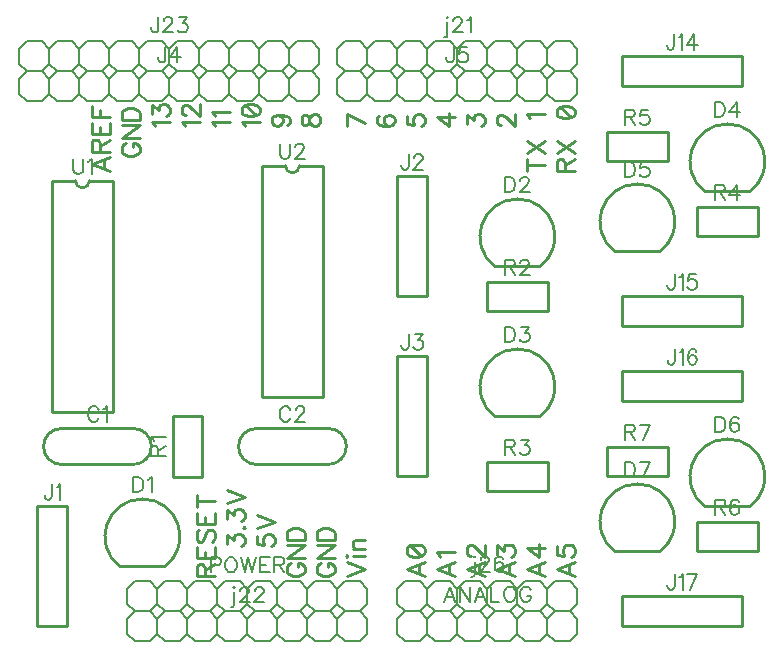
<source format=gbr>
G04 DipTrace 2.4.0.2*
%INTopSilk.gbr*%
%MOIN*%
%ADD10C,0.0098*%
%ADD17C,0.006*%
%ADD48C,0.0077*%
%ADD49C,0.0093*%
%FSLAX44Y44*%
G04*
G70*
G90*
G75*
G01*
%LNTopSilk*%
%LPD*%
X20690Y5440D2*
D17*
X21190D1*
X21440Y5190D1*
Y4690D1*
X21190Y4440D1*
X21440Y5190D2*
X21690Y5440D1*
X22190D1*
X22440Y5190D1*
Y4690D1*
X22190Y4440D1*
X21690D1*
X21440Y4690D1*
X19440Y5190D2*
X19690Y5440D1*
X20190D1*
X20440Y5190D1*
Y4690D1*
X20190Y4440D1*
X19690D1*
X19440Y4690D1*
X20690Y5440D2*
X20440Y5190D1*
Y4690D2*
X20690Y4440D1*
X21190D2*
X20690D1*
X17690Y5440D2*
X18190D1*
X18440Y5190D1*
Y4690D1*
X18190Y4440D1*
X18440Y5190D2*
X18690Y5440D1*
X19190D1*
X19440Y5190D1*
Y4690D1*
X19190Y4440D1*
X18690D1*
X18440Y4690D1*
X17440Y5190D2*
Y4690D1*
X17690Y5440D2*
X17440Y5190D1*
Y4690D2*
X17690Y4440D1*
X18190D2*
X17690D1*
X22690Y5440D2*
X23190D1*
X23440Y5190D1*
Y4690D1*
X23190Y4440D1*
X22690Y5440D2*
X22440Y5190D1*
Y4690D2*
X22690Y4440D1*
X23190D2*
X22690D1*
X17191Y23440D2*
X16691D1*
X16440Y23690D1*
Y24190D1*
X16691Y24440D1*
X18440Y23690D2*
X18191Y23440D1*
X17691D1*
X17440Y23690D1*
Y24190D1*
X17691Y24440D1*
X18191D1*
X18440Y24190D1*
X17191Y23440D2*
X17440Y23690D1*
Y24190D2*
X17191Y24440D1*
X16691D2*
X17191D1*
X20191Y23440D2*
X19691D1*
X19440Y23690D1*
Y24190D1*
X19691Y24440D1*
X19440Y23690D2*
X19191Y23440D1*
X18690D1*
X18440Y23690D1*
Y24190D1*
X18690Y24440D1*
X19191D1*
X19440Y24190D1*
X21440Y23690D2*
X21191Y23440D1*
X20690D1*
X20440Y23690D1*
Y24190D1*
X20690Y24440D1*
X21191D1*
X21440Y24190D1*
X20191Y23440D2*
X20440Y23690D1*
Y24190D2*
X20191Y24440D1*
X19691D2*
X20191D1*
X23191Y23440D2*
X22690D1*
X22440Y23690D1*
Y24190D1*
X22690Y24440D1*
X22440Y23690D2*
X22191Y23440D1*
X21690D1*
X21440Y23690D1*
Y24190D1*
X21690Y24440D1*
X22191D1*
X22440Y24190D1*
X23440Y23690D2*
Y24190D1*
X23191Y23440D2*
X23440Y23690D1*
Y24190D2*
X23191Y24440D1*
X22690D2*
X23191D1*
X16191Y23440D2*
X15690D1*
X15440Y23690D1*
Y24190D1*
X15690Y24440D1*
X16191Y23440D2*
X16440Y23690D1*
Y24190D2*
X16191Y24440D1*
X15690D2*
X16191D1*
X14690Y5440D2*
X15190D1*
X15440Y5190D1*
Y4690D1*
X15190Y4440D1*
X13440Y5190D2*
X13690Y5440D1*
X14190D1*
X14440Y5190D1*
Y4690D1*
X14190Y4440D1*
X13690D1*
X13440Y4690D1*
X14690Y5440D2*
X14440Y5190D1*
Y4690D2*
X14690Y4440D1*
X15190D2*
X14690D1*
X11690Y5440D2*
X12190D1*
X12440Y5190D1*
Y4690D1*
X12190Y4440D1*
X12440Y5190D2*
X12690Y5440D1*
X13191D1*
X13440Y5190D1*
Y4690D1*
X13191Y4440D1*
X12690D1*
X12440Y4690D1*
X10440Y5190D2*
X10690Y5440D1*
X11191D1*
X11440Y5190D1*
Y4690D1*
X11191Y4440D1*
X10690D1*
X10440Y4690D1*
X11690Y5440D2*
X11440Y5190D1*
Y4690D2*
X11690Y4440D1*
X12190D2*
X11690D1*
X8690Y5440D2*
X9191D1*
X9440Y5190D1*
Y4690D1*
X9191Y4440D1*
X9440Y5190D2*
X9690Y5440D1*
X10191D1*
X10440Y5190D1*
Y4690D1*
X10191Y4440D1*
X9690D1*
X9440Y4690D1*
X8440Y5190D2*
Y4690D1*
X8690Y5440D2*
X8440Y5190D1*
Y4690D2*
X8690Y4440D1*
X9191D2*
X8690D1*
X15690Y5440D2*
X16191D1*
X16440Y5190D1*
Y4690D1*
X16191Y4440D1*
X15690Y5440D2*
X15440Y5190D1*
Y4690D2*
X15690Y4440D1*
X16191D2*
X15690D1*
X6840Y23690D2*
X6590Y23440D1*
X6090D1*
X5840Y23690D1*
Y24190D1*
X6090Y24440D1*
X6590D1*
X6840Y24190D1*
X8590Y23440D2*
X8090D1*
X7840Y23690D1*
Y24190D1*
X8090Y24440D1*
X7840Y23690D2*
X7590Y23440D1*
X7090D1*
X6840Y23690D1*
Y24190D1*
X7090Y24440D1*
X7590D1*
X7840Y24190D1*
X9840Y23690D2*
X9590Y23440D1*
X9090D1*
X8840Y23690D1*
Y24190D1*
X9090Y24440D1*
X9590D1*
X9840Y24190D1*
X8590Y23440D2*
X8840Y23690D1*
Y24190D2*
X8590Y24440D1*
X8090D2*
X8590D1*
X11590Y23440D2*
X11090D1*
X10840Y23690D1*
Y24190D1*
X11090Y24440D1*
X10840Y23690D2*
X10590Y23440D1*
X10090D1*
X9840Y23690D1*
Y24190D1*
X10090Y24440D1*
X10590D1*
X10840Y24190D1*
X12840Y23690D2*
X12590Y23440D1*
X12090D1*
X11840Y23690D1*
Y24190D1*
X12090Y24440D1*
X12590D1*
X12840Y24190D1*
X11590Y23440D2*
X11840Y23690D1*
Y24190D2*
X11590Y24440D1*
X11090D2*
X11590D1*
X14590Y23440D2*
X14090D1*
X13840Y23690D1*
Y24190D1*
X14090Y24440D1*
X13840Y23690D2*
X13590Y23440D1*
X13090D1*
X12840Y23690D1*
Y24190D1*
X13090Y24440D1*
X13590D1*
X13840Y24190D1*
X14840Y23690D2*
Y24190D1*
X14590Y23440D2*
X14840Y23690D1*
Y24190D2*
X14590Y24440D1*
X14090D2*
X14590D1*
X5590Y23440D2*
X5090D1*
X4840Y23690D1*
Y24190D1*
X5090Y24440D1*
X5590Y23440D2*
X5840Y23690D1*
Y24190D2*
X5590Y24440D1*
X5090D2*
X5590D1*
X6840Y22690D2*
X6590Y22440D1*
X6090D1*
X5840Y22690D1*
Y23190D1*
X6090Y23440D1*
X6590D1*
X6840Y23190D1*
X8590Y22440D2*
X8090D1*
X7840Y22690D1*
Y23190D1*
X8090Y23440D1*
X7840Y22690D2*
X7590Y22440D1*
X7090D1*
X6840Y22690D1*
Y23190D1*
X7090Y23440D1*
X7590D1*
X7840Y23190D1*
X9840Y22690D2*
X9590Y22440D1*
X9090D1*
X8840Y22690D1*
Y23190D1*
X9090Y23440D1*
X9590D1*
X9840Y23190D1*
X8590Y22440D2*
X8840Y22690D1*
Y23190D2*
X8590Y23440D1*
X8090D2*
X8590D1*
X11590Y22440D2*
X11090D1*
X10840Y22690D1*
Y23190D1*
X11090Y23440D1*
X10840Y22690D2*
X10590Y22440D1*
X10090D1*
X9840Y22690D1*
Y23190D1*
X10090Y23440D1*
X10590D1*
X10840Y23190D1*
X12840Y22690D2*
X12590Y22440D1*
X12090D1*
X11840Y22690D1*
Y23190D1*
X12090Y23440D1*
X12590D1*
X12840Y23190D1*
X11590Y22440D2*
X11840Y22690D1*
Y23190D2*
X11590Y23440D1*
X11090D2*
X11590D1*
X14590Y22440D2*
X14090D1*
X13840Y22690D1*
Y23190D1*
X14090Y23440D1*
X13840Y22690D2*
X13590Y22440D1*
X13090D1*
X12840Y22690D1*
Y23190D1*
X13090Y23440D1*
X13590D1*
X13840Y23190D1*
X14840Y22690D2*
Y23190D1*
X14590Y22440D2*
X14840Y22690D1*
Y23190D2*
X14590Y23440D1*
X14090D2*
X14590D1*
X5590Y22440D2*
X5090D1*
X4840Y22690D1*
Y23190D1*
X5090Y23440D1*
X5590Y22440D2*
X5840Y22690D1*
Y23190D2*
X5590Y23440D1*
X5090D2*
X5590D1*
X17191Y22440D2*
X16691D1*
X16440Y22690D1*
Y23190D1*
X16691Y23440D1*
X18440Y22690D2*
X18191Y22440D1*
X17691D1*
X17440Y22690D1*
Y23190D1*
X17691Y23440D1*
X18191D1*
X18440Y23190D1*
X17191Y22440D2*
X17440Y22690D1*
Y23190D2*
X17191Y23440D1*
X16691D2*
X17191D1*
X20191Y22440D2*
X19691D1*
X19440Y22690D1*
Y23190D1*
X19691Y23440D1*
X19440Y22690D2*
X19191Y22440D1*
X18690D1*
X18440Y22690D1*
Y23190D1*
X18690Y23440D1*
X19191D1*
X19440Y23190D1*
X21440Y22690D2*
X21191Y22440D1*
X20690D1*
X20440Y22690D1*
Y23190D1*
X20690Y23440D1*
X21191D1*
X21440Y23190D1*
X20191Y22440D2*
X20440Y22690D1*
Y23190D2*
X20191Y23440D1*
X19691D2*
X20191D1*
X23191Y22440D2*
X22690D1*
X22440Y22690D1*
Y23190D1*
X22690Y23440D1*
X22440Y22690D2*
X22191Y22440D1*
X21690D1*
X21440Y22690D1*
Y23190D1*
X21690Y23440D1*
X22191D1*
X22440Y23190D1*
X23440Y22690D2*
Y23190D1*
X23191Y22440D2*
X23440Y22690D1*
Y23190D2*
X23191Y23440D1*
X22690D2*
X23191D1*
X16191Y22440D2*
X15690D1*
X15440Y22690D1*
Y23190D1*
X15690Y23440D1*
X16191Y22440D2*
X16440Y22690D1*
Y23190D2*
X16191Y23440D1*
X15690D2*
X16191D1*
X20690Y6440D2*
X21190D1*
X21440Y6190D1*
Y5690D1*
X21190Y5440D1*
X21440Y6190D2*
X21690Y6440D1*
X22190D1*
X22440Y6190D1*
Y5690D1*
X22190Y5440D1*
X21690D1*
X21440Y5690D1*
X19440Y6190D2*
X19690Y6440D1*
X20190D1*
X20440Y6190D1*
Y5690D1*
X20190Y5440D1*
X19690D1*
X19440Y5690D1*
X20690Y6440D2*
X20440Y6190D1*
Y5690D2*
X20690Y5440D1*
X21190D2*
X20690D1*
X17690Y6440D2*
X18190D1*
X18440Y6190D1*
Y5690D1*
X18190Y5440D1*
X18440Y6190D2*
X18690Y6440D1*
X19190D1*
X19440Y6190D1*
Y5690D1*
X19190Y5440D1*
X18690D1*
X18440Y5690D1*
X17440Y6190D2*
Y5690D1*
X17690Y6440D2*
X17440Y6190D1*
Y5690D2*
X17690Y5440D1*
X18190D2*
X17690D1*
X22690Y6440D2*
X23190D1*
X23440Y6190D1*
Y5690D1*
X23190Y5440D1*
X22690Y6440D2*
X22440Y6190D1*
Y5690D2*
X22690Y5440D1*
X23190D2*
X22690D1*
X14690Y6440D2*
X15190D1*
X15440Y6190D1*
Y5690D1*
X15190Y5440D1*
X13440Y6190D2*
X13690Y6440D1*
X14190D1*
X14440Y6190D1*
Y5690D1*
X14190Y5440D1*
X13690D1*
X13440Y5690D1*
X14690Y6440D2*
X14440Y6190D1*
Y5690D2*
X14690Y5440D1*
X15190D2*
X14690D1*
X11690Y6440D2*
X12190D1*
X12440Y6190D1*
Y5690D1*
X12190Y5440D1*
X12440Y6190D2*
X12690Y6440D1*
X13191D1*
X13440Y6190D1*
Y5690D1*
X13191Y5440D1*
X12690D1*
X12440Y5690D1*
X10440Y6190D2*
X10690Y6440D1*
X11191D1*
X11440Y6190D1*
Y5690D1*
X11191Y5440D1*
X10690D1*
X10440Y5690D1*
X11690Y6440D2*
X11440Y6190D1*
Y5690D2*
X11690Y5440D1*
X12190D2*
X11690D1*
X8690Y6440D2*
X9191D1*
X9440Y6190D1*
Y5690D1*
X9191Y5440D1*
X9440Y6190D2*
X9690Y6440D1*
X10191D1*
X10440Y6190D1*
Y5690D1*
X10191Y5440D1*
X9690D1*
X9440Y5690D1*
X8440Y6190D2*
Y5690D1*
X8690Y6440D2*
X8440Y6190D1*
Y5690D2*
X8690Y5440D1*
X9191D2*
X8690D1*
X15690Y6440D2*
X16191D1*
X16440Y6190D1*
Y5690D1*
X16191Y5440D1*
X15690Y6440D2*
X15440Y6190D1*
Y5690D2*
X15690Y5440D1*
X16191D2*
X15690D1*
X9690Y6940D2*
D10*
X8191D1*
X9693Y6942D2*
G03X8188Y6942I-752J998D01*
G01*
X22190Y16940D2*
X20691D1*
X22193Y16942D2*
G03X20688Y16942I-752J998D01*
G01*
X22190Y11940D2*
X20691D1*
X22193Y11942D2*
G03X20688Y11942I-752J998D01*
G01*
X29190Y19440D2*
X27691D1*
X29193Y19442D2*
G03X27688Y19442I-752J998D01*
G01*
X26190Y17440D2*
X24691D1*
X26193Y17442D2*
G03X24688Y17442I-752J998D01*
G01*
X29190Y8940D2*
X27691D1*
X29193Y8942D2*
G03X27688Y8942I-752J998D01*
G01*
X26190Y7440D2*
X24691D1*
X26193Y7442D2*
G03X24688Y7442I-752J998D01*
G01*
X6440Y8940D2*
X5440D1*
X6440Y4940D2*
Y8940D1*
X5440Y4940D2*
Y8940D1*
X6440Y4940D2*
X5440D1*
X18440Y19940D2*
X17440D1*
X18440Y15940D2*
Y19940D1*
X17440Y15940D2*
Y19940D1*
X18440Y15940D2*
X17440D1*
X18440Y13940D2*
X17440D1*
X18440Y9940D2*
Y13940D1*
X17440Y9940D2*
Y13940D1*
X18440Y9940D2*
X17440D1*
X28940Y22940D2*
Y23940D1*
X24940Y22940D2*
X28940D1*
X24940Y23940D2*
X28940D1*
X24940Y22940D2*
Y23940D1*
X28940Y14940D2*
Y15940D1*
X24940Y14940D2*
X28940D1*
X24940Y15940D2*
X28940D1*
X24940Y14940D2*
Y15940D1*
X28940Y12440D2*
Y13440D1*
X24940Y12440D2*
X28940D1*
X24940Y13440D2*
X28940D1*
X24940Y12440D2*
Y13440D1*
X28940Y4940D2*
Y5940D1*
X24940Y4940D2*
X28940D1*
X24940Y5940D2*
X28940D1*
X24940Y4940D2*
Y5940D1*
X9948Y9936D2*
Y11944D1*
X10932Y9936D2*
Y11944D1*
Y9936D2*
X9948D1*
X10932Y11944D2*
X9948D1*
X20436Y16432D2*
X22444D1*
X20436Y15448D2*
X22444D1*
X20436D2*
Y16432D1*
X22444Y15448D2*
Y16432D1*
X20436Y10432D2*
X22444D1*
X20436Y9448D2*
X22444D1*
X20436D2*
Y10432D1*
X22444Y9448D2*
Y10432D1*
X27436Y18932D2*
X29444D1*
X27436Y17948D2*
X29444D1*
X27436D2*
Y18932D1*
X29444Y17948D2*
Y18932D1*
X24436Y21432D2*
X26444D1*
X24436Y20448D2*
X26444D1*
X24436D2*
Y21432D1*
X26444Y20448D2*
Y21432D1*
X27436Y8432D2*
X29444D1*
X27436Y7448D2*
X29444D1*
X27436D2*
Y8432D1*
X29444Y7448D2*
Y8432D1*
X24436Y10932D2*
X26444D1*
X24436Y9948D2*
X26444D1*
X24436D2*
Y10932D1*
X26444Y9948D2*
Y10932D1*
X7964Y19798D2*
Y12082D1*
X5916D2*
X7964D1*
X5916Y19798D2*
Y12082D1*
Y19798D2*
X6704D1*
X7964D2*
X7176D1*
X6704D2*
G03X7176Y19798I236J0D01*
G01*
X14964Y20298D2*
Y12582D1*
X12916D2*
X14964D1*
X12916Y20298D2*
Y12582D1*
Y20298D2*
X13704D1*
X14964D2*
X14176D1*
X13704D2*
G03X14176Y20298I236J0D01*
G01*
X6241Y11540D2*
X8639D1*
X6241Y10340D2*
X8639D1*
G03X8639Y11540I1J600D01*
G01*
X6241D2*
G03X6241Y10340I-1J-600D01*
G01*
X12741Y11540D2*
X15139D1*
X12741Y10340D2*
X15139D1*
G03X15139Y11540I1J600D01*
G01*
X12741D2*
G03X12741Y10340I-1J-600D01*
G01*
X19373Y5765D2*
D48*
X19181Y6268D1*
X18990Y5765D1*
X19062Y5933D2*
X19301D1*
X19862Y6268D2*
Y5765D1*
X19527Y6268D1*
Y5765D1*
X20399D2*
X20208Y6268D1*
X20016Y5765D1*
X20088Y5933D2*
X20328D1*
X20554Y6268D2*
Y5765D1*
X20841D1*
X21139Y6268D2*
X21091Y6244D1*
X21043Y6196D1*
X21019Y6148D1*
X20995Y6077D1*
Y5957D1*
X21019Y5885D1*
X21043Y5837D1*
X21091Y5790D1*
X21139Y5765D1*
X21234D1*
X21282Y5790D1*
X21330Y5837D1*
X21354Y5885D1*
X21378Y5957D1*
Y6077D1*
X21354Y6148D1*
X21330Y6196D1*
X21282Y6244D1*
X21234Y6268D1*
X21139D1*
X21891Y6148D2*
X21867Y6196D1*
X21819Y6244D1*
X21771Y6268D1*
X21676D1*
X21628Y6244D1*
X21580Y6196D1*
X21556Y6148D1*
X21532Y6077D1*
Y5957D1*
X21556Y5885D1*
X21580Y5837D1*
X21628Y5790D1*
X21676Y5765D1*
X21771D1*
X21819Y5790D1*
X21867Y5837D1*
X21891Y5885D1*
Y5957D1*
X21771D1*
X19082Y25243D2*
X19106Y25219D1*
X19130Y25243D1*
X19106Y25266D1*
X19082Y25243D1*
X19106Y25075D2*
Y24668D1*
X19082Y24597D1*
X19035Y24573D1*
X18986D1*
X19309Y25122D2*
Y25146D1*
X19333Y25194D1*
X19356Y25218D1*
X19405Y25242D1*
X19500D1*
X19548Y25218D1*
X19571Y25194D1*
X19596Y25146D1*
Y25098D1*
X19571Y25050D1*
X19524Y24979D1*
X19285Y24740D1*
X19620D1*
X19774Y25146D2*
X19822Y25170D1*
X19894Y25242D1*
Y24740D1*
X11975Y6243D2*
X11999Y6219D1*
X12023Y6243D1*
X11999Y6266D1*
X11975Y6243D1*
X11999Y6075D2*
Y5668D1*
X11975Y5597D1*
X11927Y5573D1*
X11879D1*
X12201Y6122D2*
Y6146D1*
X12225Y6194D1*
X12249Y6218D1*
X12297Y6242D1*
X12393D1*
X12440Y6218D1*
X12464Y6194D1*
X12488Y6146D1*
Y6098D1*
X12464Y6050D1*
X12416Y5979D1*
X12177Y5740D1*
X12512D1*
X12691Y6122D2*
Y6146D1*
X12714Y6194D1*
X12738Y6218D1*
X12786Y6242D1*
X12882D1*
X12929Y6218D1*
X12953Y6194D1*
X12978Y6146D1*
Y6098D1*
X12953Y6050D1*
X12906Y5979D1*
X12666Y5740D1*
X13001D1*
X9470Y25242D2*
Y24860D1*
X9447Y24788D1*
X9422Y24764D1*
X9375Y24740D1*
X9327D1*
X9279Y24764D1*
X9255Y24788D1*
X9231Y24860D1*
Y24907D1*
X9649Y25122D2*
Y25146D1*
X9673Y25194D1*
X9697Y25218D1*
X9745Y25242D1*
X9840D1*
X9888Y25218D1*
X9912Y25194D1*
X9936Y25146D1*
Y25098D1*
X9912Y25050D1*
X9864Y24979D1*
X9625Y24740D1*
X9960D1*
X10162Y25242D2*
X10425D1*
X10282Y25050D1*
X10354D1*
X10401Y25027D1*
X10425Y25003D1*
X10449Y24931D1*
Y24883D1*
X10425Y24812D1*
X10377Y24763D1*
X10305Y24740D1*
X10234D1*
X10162Y24763D1*
X10139Y24788D1*
X10114Y24835D1*
X9703Y24242D2*
Y23860D1*
X9680Y23788D1*
X9655Y23764D1*
X9608Y23740D1*
X9560D1*
X9512Y23764D1*
X9488Y23788D1*
X9464Y23860D1*
Y23907D1*
X10097Y23740D2*
Y24242D1*
X9858Y23907D1*
X10216D1*
X19315Y24242D2*
Y23860D1*
X19291Y23788D1*
X19267Y23764D1*
X19220Y23740D1*
X19171D1*
X19124Y23764D1*
X19100Y23788D1*
X19076Y23860D1*
Y23907D1*
X19756Y24242D2*
X19518D1*
X19494Y24027D1*
X19518Y24050D1*
X19589Y24075D1*
X19661D1*
X19733Y24050D1*
X19781Y24003D1*
X19804Y23931D1*
Y23883D1*
X19781Y23812D1*
X19733Y23763D1*
X19661Y23740D1*
X19589D1*
X19518Y23763D1*
X19494Y23788D1*
X19470Y23835D1*
X19987Y7268D2*
X20011Y7245D1*
X20035Y7268D1*
X20011Y7292D1*
X19987Y7268D1*
X20011Y7101D2*
Y6694D1*
X19987Y6622D1*
X19939Y6599D1*
X19891D1*
X20214Y7148D2*
Y7172D1*
X20237Y7220D1*
X20261Y7244D1*
X20309Y7267D1*
X20405D1*
X20452Y7244D1*
X20476Y7220D1*
X20500Y7172D1*
Y7124D1*
X20476Y7076D1*
X20429Y7005D1*
X20189Y6765D1*
X20524D1*
X20965Y7196D2*
X20942Y7244D1*
X20870Y7267D1*
X20822D1*
X20750Y7244D1*
X20702Y7172D1*
X20679Y7052D1*
Y6933D1*
X20702Y6837D1*
X20750Y6789D1*
X20822Y6765D1*
X20846D1*
X20917Y6789D1*
X20965Y6837D1*
X20989Y6909D1*
Y6933D1*
X20965Y7005D1*
X20917Y7052D1*
X20846Y7076D1*
X20822D1*
X20750Y7052D1*
X20702Y7005D1*
X20679Y6933D1*
X11211Y6979D2*
X11426D1*
X11497Y7003D1*
X11522Y7027D1*
X11546Y7075D1*
Y7146D1*
X11522Y7194D1*
X11497Y7218D1*
X11426Y7242D1*
X11211D1*
Y6740D1*
X11844Y7242D2*
X11796Y7218D1*
X11748Y7170D1*
X11724Y7123D1*
X11700Y7051D1*
Y6931D1*
X11724Y6860D1*
X11748Y6812D1*
X11796Y6764D1*
X11844Y6740D1*
X11939D1*
X11987Y6764D1*
X12035Y6812D1*
X12059Y6860D1*
X12082Y6931D1*
Y7051D1*
X12059Y7123D1*
X12035Y7170D1*
X11987Y7218D1*
X11939Y7242D1*
X11844D1*
X12237D2*
X12357Y6740D1*
X12476Y7242D1*
X12595Y6740D1*
X12715Y7242D1*
X13180D2*
X12870D1*
Y6740D1*
X13180D1*
X12870Y7003D2*
X13061D1*
X13335D2*
X13550D1*
X13622Y7027D1*
X13646Y7051D1*
X13670Y7098D1*
Y7146D1*
X13646Y7194D1*
X13622Y7218D1*
X13550Y7242D1*
X13335D1*
Y6740D1*
X13502Y7003D2*
X13670Y6740D1*
X8636Y9922D2*
Y9420D1*
X8803D1*
X8875Y9444D1*
X8923Y9492D1*
X8947Y9540D1*
X8970Y9611D1*
Y9731D1*
X8947Y9803D1*
X8923Y9851D1*
X8875Y9899D1*
X8803Y9922D1*
X8636D1*
X9125Y9826D2*
X9173Y9851D1*
X9245Y9922D1*
Y9420D1*
X21028Y19922D2*
Y19420D1*
X21195D1*
X21267Y19444D1*
X21315Y19492D1*
X21339Y19540D1*
X21363Y19611D1*
Y19731D1*
X21339Y19803D1*
X21315Y19851D1*
X21267Y19899D1*
X21195Y19922D1*
X21028D1*
X21542Y19803D2*
Y19826D1*
X21565Y19874D1*
X21589Y19898D1*
X21637Y19922D1*
X21733D1*
X21780Y19898D1*
X21804Y19874D1*
X21829Y19826D1*
Y19779D1*
X21804Y19731D1*
X21757Y19659D1*
X21517Y19420D1*
X21852D1*
X21028Y14922D2*
Y14420D1*
X21195D1*
X21267Y14444D1*
X21315Y14492D1*
X21339Y14540D1*
X21363Y14611D1*
Y14731D1*
X21339Y14803D1*
X21315Y14851D1*
X21267Y14899D1*
X21195Y14922D1*
X21028D1*
X21565D2*
X21828D1*
X21685Y14731D1*
X21757D1*
X21804Y14707D1*
X21828Y14683D1*
X21852Y14611D1*
Y14564D1*
X21828Y14492D1*
X21780Y14444D1*
X21709Y14420D1*
X21637D1*
X21565Y14444D1*
X21542Y14468D1*
X21517Y14516D1*
X28016Y22422D2*
Y21920D1*
X28184D1*
X28255Y21944D1*
X28304Y21992D1*
X28327Y22040D1*
X28351Y22111D1*
Y22231D1*
X28327Y22303D1*
X28304Y22351D1*
X28255Y22399D1*
X28184Y22422D1*
X28016D1*
X28745Y21920D2*
Y22422D1*
X28505Y22088D1*
X28864D1*
X25028Y20422D2*
Y19920D1*
X25195D1*
X25267Y19944D1*
X25315Y19992D1*
X25339Y20040D1*
X25363Y20111D1*
Y20231D1*
X25339Y20303D1*
X25315Y20351D1*
X25267Y20399D1*
X25195Y20422D1*
X25028D1*
X25804D2*
X25565D1*
X25542Y20207D1*
X25565Y20231D1*
X25637Y20255D1*
X25709D1*
X25780Y20231D1*
X25829Y20183D1*
X25852Y20111D1*
Y20064D1*
X25829Y19992D1*
X25780Y19944D1*
X25709Y19920D1*
X25637D1*
X25565Y19944D1*
X25542Y19968D1*
X25517Y20016D1*
X28040Y11922D2*
Y11420D1*
X28208D1*
X28280Y11444D1*
X28328Y11492D1*
X28351Y11540D1*
X28375Y11611D1*
Y11731D1*
X28351Y11803D1*
X28328Y11851D1*
X28280Y11899D1*
X28208Y11922D1*
X28040D1*
X28816Y11851D2*
X28793Y11898D1*
X28721Y11922D1*
X28673D1*
X28601Y11898D1*
X28553Y11826D1*
X28530Y11707D1*
Y11588D1*
X28553Y11492D1*
X28601Y11444D1*
X28673Y11420D1*
X28697D1*
X28768Y11444D1*
X28816Y11492D1*
X28840Y11564D1*
Y11588D1*
X28816Y11659D1*
X28768Y11707D1*
X28697Y11731D1*
X28673D1*
X28601Y11707D1*
X28553Y11659D1*
X28530Y11588D1*
X25028Y10422D2*
Y9920D1*
X25195D1*
X25267Y9944D1*
X25315Y9992D1*
X25339Y10040D1*
X25363Y10111D1*
Y10231D1*
X25339Y10303D1*
X25315Y10351D1*
X25267Y10399D1*
X25195Y10422D1*
X25028D1*
X25613Y9920D2*
X25852Y10422D1*
X25517D1*
X5923Y9672D2*
Y9290D1*
X5899Y9218D1*
X5875Y9194D1*
X5827Y9170D1*
X5779D1*
X5731Y9194D1*
X5708Y9218D1*
X5683Y9290D1*
Y9337D1*
X6077Y9576D2*
X6125Y9601D1*
X6197Y9672D1*
Y9170D1*
X17815Y20672D2*
Y20290D1*
X17791Y20218D1*
X17767Y20194D1*
X17720Y20170D1*
X17671D1*
X17624Y20194D1*
X17600Y20218D1*
X17576Y20290D1*
Y20337D1*
X17994Y20552D2*
Y20576D1*
X18018Y20624D1*
X18041Y20648D1*
X18089Y20672D1*
X18185D1*
X18233Y20648D1*
X18256Y20624D1*
X18281Y20576D1*
Y20529D1*
X18256Y20481D1*
X18209Y20409D1*
X17970Y20170D1*
X18304D1*
X17815Y14672D2*
Y14290D1*
X17791Y14218D1*
X17767Y14194D1*
X17720Y14170D1*
X17671D1*
X17624Y14194D1*
X17600Y14218D1*
X17576Y14290D1*
Y14337D1*
X18018Y14672D2*
X18280D1*
X18137Y14481D1*
X18209D1*
X18256Y14457D1*
X18280Y14433D1*
X18304Y14361D1*
Y14314D1*
X18280Y14242D1*
X18233Y14194D1*
X18161Y14170D1*
X18089D1*
X18018Y14194D1*
X17994Y14218D1*
X17970Y14266D1*
X26666Y24672D2*
Y24290D1*
X26642Y24218D1*
X26618Y24194D1*
X26570Y24170D1*
X26522D1*
X26475Y24194D1*
X26451Y24218D1*
X26427Y24290D1*
Y24337D1*
X26821Y24576D2*
X26869Y24601D1*
X26940Y24672D1*
Y24170D1*
X27334D2*
Y24672D1*
X27095Y24337D1*
X27454D1*
X26678Y16672D2*
Y16290D1*
X26654Y16218D1*
X26630Y16194D1*
X26582Y16170D1*
X26534D1*
X26487Y16194D1*
X26463Y16218D1*
X26439Y16290D1*
Y16337D1*
X26832Y16576D2*
X26880Y16601D1*
X26952Y16672D1*
Y16170D1*
X27394Y16672D2*
X27155D1*
X27131Y16457D1*
X27155Y16481D1*
X27227Y16505D1*
X27298D1*
X27370Y16481D1*
X27418Y16433D1*
X27442Y16361D1*
Y16314D1*
X27418Y16242D1*
X27370Y16194D1*
X27298Y16170D1*
X27227D1*
X27155Y16194D1*
X27131Y16218D1*
X27107Y16266D1*
X26690Y14172D2*
Y13790D1*
X26666Y13718D1*
X26642Y13694D1*
X26595Y13670D1*
X26546D1*
X26499Y13694D1*
X26475Y13718D1*
X26451Y13790D1*
Y13837D1*
X26845Y14076D2*
X26893Y14101D1*
X26964Y14172D1*
Y13670D1*
X27406Y14101D2*
X27382Y14148D1*
X27310Y14172D1*
X27263D1*
X27191Y14148D1*
X27143Y14076D1*
X27119Y13957D1*
Y13837D1*
X27143Y13742D1*
X27191Y13694D1*
X27263Y13670D1*
X27286D1*
X27358Y13694D1*
X27406Y13742D1*
X27429Y13814D1*
Y13837D1*
X27406Y13909D1*
X27358Y13957D1*
X27286Y13981D1*
X27263D1*
X27191Y13957D1*
X27143Y13909D1*
X27119Y13837D1*
X26678Y6672D2*
Y6290D1*
X26654Y6218D1*
X26630Y6194D1*
X26582Y6170D1*
X26534D1*
X26487Y6194D1*
X26463Y6218D1*
X26439Y6290D1*
Y6337D1*
X26832Y6576D2*
X26880Y6601D1*
X26952Y6672D1*
Y6170D1*
X27202D2*
X27442Y6672D1*
X27107D1*
X9455Y10636D2*
Y10851D1*
X9431Y10922D1*
X9407Y10947D1*
X9360Y10970D1*
X9311D1*
X9264Y10947D1*
X9240Y10922D1*
X9216Y10851D1*
Y10636D1*
X9718D1*
X9455Y10803D2*
X9718Y10970D1*
X9312Y11125D2*
X9288Y11173D1*
X9216Y11245D1*
X9718D1*
X21028Y16925D2*
X21243D1*
X21315Y16950D1*
X21339Y16973D1*
X21363Y17021D1*
Y17069D1*
X21339Y17116D1*
X21315Y17141D1*
X21243Y17165D1*
X21028D1*
Y16662D1*
X21195Y16925D2*
X21363Y16662D1*
X21542Y17045D2*
Y17068D1*
X21565Y17116D1*
X21589Y17140D1*
X21637Y17164D1*
X21733D1*
X21780Y17140D1*
X21804Y17116D1*
X21829Y17068D1*
Y17021D1*
X21804Y16973D1*
X21757Y16901D1*
X21517Y16662D1*
X21852D1*
X21028Y10925D2*
X21243D1*
X21315Y10950D1*
X21339Y10973D1*
X21363Y11021D1*
Y11069D1*
X21339Y11116D1*
X21315Y11141D1*
X21243Y11165D1*
X21028D1*
Y10662D1*
X21195Y10925D2*
X21363Y10662D1*
X21565Y11164D2*
X21828D1*
X21685Y10973D1*
X21757D1*
X21804Y10949D1*
X21828Y10925D1*
X21852Y10853D1*
Y10806D1*
X21828Y10734D1*
X21780Y10686D1*
X21709Y10662D1*
X21637D1*
X21565Y10686D1*
X21542Y10710D1*
X21517Y10758D1*
X28016Y19425D2*
X28231D1*
X28303Y19450D1*
X28327Y19473D1*
X28351Y19521D1*
Y19569D1*
X28327Y19616D1*
X28303Y19641D1*
X28231Y19665D1*
X28016D1*
Y19162D1*
X28184Y19425D2*
X28351Y19162D1*
X28745D2*
Y19664D1*
X28505Y19330D1*
X28864D1*
X25028Y21925D2*
X25243D1*
X25315Y21950D1*
X25339Y21973D1*
X25363Y22021D1*
Y22069D1*
X25339Y22116D1*
X25315Y22141D1*
X25243Y22165D1*
X25028D1*
Y21662D1*
X25195Y21925D2*
X25363Y21662D1*
X25804Y22164D2*
X25565D1*
X25542Y21949D1*
X25565Y21973D1*
X25637Y21997D1*
X25709D1*
X25780Y21973D1*
X25829Y21925D1*
X25852Y21853D1*
Y21806D1*
X25829Y21734D1*
X25780Y21686D1*
X25709Y21662D1*
X25637D1*
X25565Y21686D1*
X25542Y21710D1*
X25517Y21758D1*
X28040Y8925D2*
X28255D1*
X28327Y8950D1*
X28351Y8973D1*
X28375Y9021D1*
Y9069D1*
X28351Y9116D1*
X28327Y9141D1*
X28255Y9165D1*
X28040D1*
Y8662D1*
X28208Y8925D2*
X28375Y8662D1*
X28816Y9093D2*
X28793Y9140D1*
X28721Y9164D1*
X28673D1*
X28601Y9140D1*
X28553Y9068D1*
X28530Y8949D1*
Y8830D1*
X28553Y8734D1*
X28601Y8686D1*
X28673Y8662D1*
X28697D1*
X28768Y8686D1*
X28816Y8734D1*
X28840Y8806D1*
Y8830D1*
X28816Y8901D1*
X28768Y8949D1*
X28697Y8973D1*
X28673D1*
X28601Y8949D1*
X28553Y8901D1*
X28530Y8830D1*
X25028Y11425D2*
X25243D1*
X25315Y11450D1*
X25339Y11473D1*
X25363Y11521D1*
Y11569D1*
X25339Y11616D1*
X25315Y11641D1*
X25243Y11665D1*
X25028D1*
Y11162D1*
X25195Y11425D2*
X25363Y11162D1*
X25613D2*
X25852Y11664D1*
X25517D1*
X6636Y20531D2*
Y20172D1*
X6659Y20100D1*
X6707Y20053D1*
X6779Y20028D1*
X6827D1*
X6899Y20053D1*
X6947Y20100D1*
X6970Y20172D1*
Y20531D1*
X7125Y20434D2*
X7173Y20459D1*
X7245Y20530D1*
Y20028D1*
X13528Y21031D2*
Y20672D1*
X13552Y20600D1*
X13600Y20553D1*
X13672Y20528D1*
X13719D1*
X13791Y20553D1*
X13839Y20600D1*
X13863Y20672D1*
Y21031D1*
X14042Y20911D2*
Y20934D1*
X14065Y20983D1*
X14089Y21006D1*
X14137Y21030D1*
X14233D1*
X14280Y21006D1*
X14304Y20983D1*
X14329Y20934D1*
Y20887D1*
X14304Y20839D1*
X14257Y20768D1*
X14017Y20528D1*
X14352D1*
X7482Y12153D2*
X7459Y12201D1*
X7410Y12249D1*
X7363Y12272D1*
X7267D1*
X7219Y12249D1*
X7172Y12201D1*
X7147Y12153D1*
X7124Y12081D1*
Y11961D1*
X7147Y11890D1*
X7172Y11842D1*
X7219Y11794D1*
X7267Y11770D1*
X7363D1*
X7410Y11794D1*
X7459Y11842D1*
X7482Y11890D1*
X7637Y12176D2*
X7685Y12201D1*
X7757Y12272D1*
Y11770D1*
X13875Y12153D2*
X13851Y12201D1*
X13803Y12249D1*
X13755Y12272D1*
X13660D1*
X13612Y12249D1*
X13564Y12201D1*
X13540Y12153D1*
X13516Y12081D1*
Y11961D1*
X13540Y11890D1*
X13564Y11842D1*
X13612Y11794D1*
X13660Y11770D1*
X13755D1*
X13803Y11794D1*
X13851Y11842D1*
X13875Y11890D1*
X14054Y12152D2*
Y12176D1*
X14077Y12224D1*
X14101Y12248D1*
X14149Y12272D1*
X14245D1*
X14292Y12248D1*
X14316Y12224D1*
X14340Y12176D1*
Y12129D1*
X14316Y12081D1*
X14269Y12009D1*
X14029Y11770D1*
X14364D1*
X11034Y6621D2*
D49*
Y6879D1*
X11005Y6965D1*
X10976Y6994D1*
X10919Y7023D1*
X10862D1*
X10805Y6994D1*
X10775Y6965D1*
X10747Y6879D1*
Y6621D1*
X11350D1*
X11034Y6822D2*
X11350Y7023D1*
X10747Y7581D2*
Y7208D1*
X11350D1*
Y7581D1*
X11034Y7208D2*
Y7437D1*
X10833Y8168D2*
X10775Y8111D1*
X10747Y8025D1*
Y7910D1*
X10775Y7824D1*
X10833Y7766D1*
X10890D1*
X10948Y7795D1*
X10976Y7824D1*
X11005Y7881D1*
X11063Y8053D1*
X11091Y8111D1*
X11120Y8139D1*
X11177Y8168D1*
X11264D1*
X11321Y8111D1*
X11350Y8025D1*
Y7910D1*
X11321Y7824D1*
X11264Y7766D1*
X10747Y8726D2*
Y8353D1*
X11350D1*
Y8726D1*
X11034Y8353D2*
Y8583D1*
X10747Y9112D2*
X11350D1*
X10747Y8911D2*
Y9313D1*
X12748Y7965D2*
Y7678D1*
X13006Y7650D1*
X12977Y7678D1*
X12948Y7765D1*
Y7850D1*
X12977Y7936D1*
X13034Y7994D1*
X13120Y8023D1*
X13177D1*
X13264Y7994D1*
X13321Y7936D1*
X13350Y7850D1*
Y7765D1*
X13321Y7678D1*
X13292Y7650D1*
X13235Y7621D1*
X12747Y8208D2*
X13350Y8437D1*
X12747Y8667D1*
X23350Y7080D2*
X22747Y6850D1*
X23350Y6621D1*
X23149Y6707D2*
Y6994D1*
X22748Y7610D2*
Y7323D1*
X23006Y7295D1*
X22977Y7323D1*
X22948Y7410D1*
Y7495D1*
X22977Y7581D1*
X23034Y7639D1*
X23120Y7668D1*
X23177D1*
X23264Y7639D1*
X23321Y7581D1*
X23350Y7495D1*
Y7410D1*
X23321Y7323D1*
X23292Y7295D1*
X23235Y7266D1*
X23034Y20121D2*
Y20379D1*
X23005Y20465D1*
X22976Y20494D1*
X22919Y20523D1*
X22862D1*
X22805Y20494D1*
X22775Y20465D1*
X22747Y20379D1*
Y20121D1*
X23350D1*
X23034Y20322D2*
X23350Y20523D1*
X22747Y20708D2*
X23350Y21110D1*
X22747D2*
X23350Y20708D1*
X22748Y22051D2*
X22776Y21965D1*
X22862Y21907D1*
X23006Y21878D1*
X23092D1*
X23235Y21907D1*
X23321Y21965D1*
X23350Y22051D1*
Y22108D1*
X23321Y22194D1*
X23235Y22251D1*
X23092Y22280D1*
X23006D1*
X22862Y22251D1*
X22776Y22194D1*
X22748Y22108D1*
Y22051D1*
X22862Y22251D2*
X23235Y21907D1*
X11748Y7678D2*
Y7993D1*
X11977Y7822D1*
Y7908D1*
X12006Y7965D1*
X12034Y7993D1*
X12120Y8023D1*
X12177D1*
X12264Y7993D1*
X12321Y7936D1*
X12350Y7850D1*
Y7764D1*
X12321Y7678D1*
X12292Y7650D1*
X12235Y7621D1*
X12292Y8236D2*
X12321Y8208D1*
X12350Y8236D1*
X12321Y8266D1*
X12292Y8236D1*
X11748Y8509D2*
Y8824D1*
X11977Y8652D1*
Y8738D1*
X12006Y8795D1*
X12034Y8824D1*
X12120Y8853D1*
X12177D1*
X12264Y8824D1*
X12321Y8767D1*
X12350Y8680D1*
Y8594D1*
X12321Y8509D1*
X12292Y8480D1*
X12235Y8451D1*
X11747Y9038D2*
X12350Y9268D1*
X11747Y9497D1*
X13890Y7051D2*
X13833Y7023D1*
X13775Y6965D1*
X13747Y6908D1*
Y6793D1*
X13775Y6735D1*
X13833Y6678D1*
X13890Y6649D1*
X13976Y6621D1*
X14120D1*
X14206Y6649D1*
X14263Y6678D1*
X14321Y6735D1*
X14350Y6793D1*
Y6908D1*
X14321Y6965D1*
X14264Y7023D1*
X14206Y7051D1*
X14120D1*
Y6908D1*
X13747Y7638D2*
X14350D1*
X13747Y7236D1*
X14350D1*
X13747Y7824D2*
X14350D1*
Y8025D1*
X14321Y8111D1*
X14264Y8169D1*
X14206Y8197D1*
X14120Y8226D1*
X13976D1*
X13890Y8197D1*
X13833Y8169D1*
X13775Y8111D1*
X13747Y8025D1*
Y7824D1*
X14890Y7051D2*
X14833Y7023D1*
X14775Y6965D1*
X14747Y6908D1*
Y6793D1*
X14775Y6735D1*
X14833Y6678D1*
X14890Y6649D1*
X14976Y6621D1*
X15120D1*
X15206Y6649D1*
X15263Y6678D1*
X15321Y6735D1*
X15350Y6793D1*
Y6908D1*
X15321Y6965D1*
X15264Y7023D1*
X15206Y7051D1*
X15120D1*
Y6908D1*
X14747Y7638D2*
X15350D1*
X14747Y7236D1*
X15350D1*
X14747Y7824D2*
X15350D1*
Y8025D1*
X15321Y8111D1*
X15264Y8169D1*
X15206Y8197D1*
X15120Y8226D1*
X14976D1*
X14890Y8197D1*
X14833Y8169D1*
X14775Y8111D1*
X14747Y8025D1*
Y7824D1*
X15747Y6621D2*
X16350Y6850D1*
X15747Y7080D1*
Y7265D2*
X15775Y7294D1*
X15747Y7323D1*
X15718Y7294D1*
X15747Y7265D1*
X15948Y7294D2*
X16350D1*
X15948Y7508D2*
X16350D1*
X16063D2*
X15976Y7594D1*
X15948Y7652D1*
Y7737D1*
X15976Y7795D1*
X16063Y7824D1*
X16350D1*
X22350Y7080D2*
X21747Y6850D1*
X22350Y6621D1*
X22149Y6707D2*
Y6994D1*
X22350Y7553D2*
X21748D1*
X22149Y7266D1*
Y7696D1*
X21350Y7080D2*
X20747Y6850D1*
X21350Y6621D1*
X21149Y6707D2*
Y6994D1*
X20748Y7323D2*
Y7638D1*
X20977Y7467D1*
Y7553D1*
X21006Y7610D1*
X21034Y7638D1*
X21120Y7668D1*
X21177D1*
X21264Y7638D1*
X21321Y7581D1*
X21350Y7495D1*
Y7409D1*
X21321Y7323D1*
X21292Y7295D1*
X21235Y7266D1*
X20350Y7080D2*
X19747Y6850D1*
X20350Y6621D1*
X20149Y6707D2*
Y6994D1*
X19891Y7295D2*
X19862D1*
X19805Y7323D1*
X19776Y7352D1*
X19748Y7410D1*
Y7524D1*
X19776Y7581D1*
X19805Y7610D1*
X19862Y7639D1*
X19919D1*
X19977Y7610D1*
X20063Y7553D1*
X20350Y7266D1*
Y7668D1*
X19350Y7080D2*
X18747Y6850D1*
X19350Y6621D1*
X19149Y6707D2*
Y6994D1*
X18862Y7266D2*
X18833Y7323D1*
X18748Y7410D1*
X19350D1*
X18350Y7080D2*
X17747Y6850D1*
X18350Y6621D1*
X18149Y6707D2*
Y6994D1*
X17748Y7438D2*
X17776Y7352D1*
X17862Y7294D1*
X18006Y7266D1*
X18092D1*
X18235Y7294D1*
X18321Y7352D1*
X18350Y7438D1*
Y7495D1*
X18321Y7581D1*
X18235Y7638D1*
X18092Y7668D1*
X18006D1*
X17862Y7638D1*
X17776Y7581D1*
X17748Y7495D1*
Y7438D1*
X17862Y7638D2*
X18235Y7294D1*
X21747Y20322D2*
X22350D1*
X21747Y20121D2*
Y20523D1*
Y20708D2*
X22350Y21110D1*
X21747D2*
X22350Y20708D1*
X21862Y21878D2*
X21833Y21936D1*
X21748Y22022D1*
X22350D1*
X20891Y21650D2*
X20862D1*
X20805Y21678D1*
X20776Y21707D1*
X20748Y21765D1*
Y21879D1*
X20776Y21936D1*
X20805Y21965D1*
X20862Y21994D1*
X20919D1*
X20977Y21965D1*
X21063Y21908D1*
X21350Y21621D1*
Y22023D1*
X19350Y21908D2*
X18748D1*
X19149Y21621D1*
Y22051D1*
X17748Y21965D2*
Y21678D1*
X18006Y21650D1*
X17977Y21678D1*
X17948Y21765D1*
Y21850D1*
X17977Y21936D1*
X18034Y21994D1*
X18120Y22023D1*
X18177D1*
X18264Y21994D1*
X18321Y21936D1*
X18350Y21850D1*
Y21765D1*
X18321Y21678D1*
X18292Y21650D1*
X18235Y21621D1*
X16833Y21965D2*
X16776Y21936D1*
X16748Y21850D1*
Y21793D1*
X16776Y21707D1*
X16862Y21649D1*
X17006Y21621D1*
X17149D1*
X17263Y21649D1*
X17321Y21707D1*
X17350Y21793D1*
Y21822D1*
X17321Y21907D1*
X17264Y21965D1*
X17177Y21993D1*
X17149D1*
X17063Y21965D1*
X17006Y21907D1*
X16977Y21822D1*
Y21793D1*
X17006Y21707D1*
X17063Y21649D1*
X17149Y21621D1*
X19748Y21678D2*
Y21993D1*
X19977Y21822D1*
Y21908D1*
X20006Y21965D1*
X20034Y21993D1*
X20120Y22023D1*
X20177D1*
X20264Y21993D1*
X20321Y21936D1*
X20350Y21850D1*
Y21764D1*
X20321Y21678D1*
X20292Y21650D1*
X20235Y21621D1*
X16350Y21735D2*
X15748Y22023D1*
Y21621D1*
X9362D2*
X9333Y21678D1*
X9248Y21765D1*
X9850D1*
X9248Y22008D2*
Y22323D1*
X9477Y22151D1*
Y22237D1*
X9506Y22294D1*
X9534Y22323D1*
X9620Y22352D1*
X9677D1*
X9764Y22323D1*
X9821Y22266D1*
X9850Y22179D1*
Y22093D1*
X9821Y22008D1*
X9792Y21979D1*
X9735Y21950D1*
X13448Y21994D2*
X13534Y21965D1*
X13592Y21908D1*
X13620Y21822D1*
Y21793D1*
X13592Y21707D1*
X13534Y21650D1*
X13448Y21621D1*
X13419D1*
X13333Y21650D1*
X13276Y21707D1*
X13248Y21793D1*
Y21822D1*
X13276Y21908D1*
X13333Y21965D1*
X13448Y21994D1*
X13592D1*
X13735Y21965D1*
X13821Y21908D1*
X13850Y21822D1*
Y21765D1*
X13821Y21678D1*
X13763Y21650D1*
X12362Y21621D2*
X12333Y21678D1*
X12248Y21765D1*
X12850D1*
X12248Y22122D2*
X12276Y22036D1*
X12362Y21978D1*
X12506Y21950D1*
X12592D1*
X12735Y21978D1*
X12821Y22036D1*
X12850Y22122D1*
Y22179D1*
X12821Y22266D1*
X12735Y22323D1*
X12592Y22352D1*
X12506D1*
X12362Y22323D1*
X12276Y22266D1*
X12248Y22179D1*
Y22122D1*
X12362Y22323D2*
X12735Y21978D1*
X11362Y21621D2*
X11333Y21678D1*
X11248Y21765D1*
X11850D1*
X11362Y21950D2*
X11333Y22008D1*
X11248Y22094D1*
X11850D1*
X10362Y21621D2*
X10333Y21678D1*
X10248Y21765D1*
X10850D1*
X10391Y21979D2*
X10362D1*
X10305Y22008D1*
X10276Y22036D1*
X10248Y22094D1*
Y22209D1*
X10276Y22266D1*
X10305Y22294D1*
X10362Y22323D1*
X10419D1*
X10477Y22294D1*
X10563Y22237D1*
X10850Y21950D1*
Y22352D1*
X14248Y21764D2*
X14276Y21678D1*
X14333Y21649D1*
X14391D1*
X14448Y21678D1*
X14477Y21735D1*
X14506Y21850D1*
X14534Y21936D1*
X14592Y21993D1*
X14649Y22022D1*
X14735D1*
X14792Y21993D1*
X14821Y21965D1*
X14850Y21879D1*
Y21764D1*
X14821Y21678D1*
X14792Y21649D1*
X14735Y21621D1*
X14649D1*
X14592Y21649D1*
X14534Y21707D1*
X14506Y21793D1*
X14477Y21907D1*
X14448Y21965D1*
X14391Y21993D1*
X14333D1*
X14276Y21965D1*
X14248Y21879D1*
Y21764D1*
X8390Y21051D2*
X8333Y21023D1*
X8275Y20965D1*
X8247Y20908D1*
Y20793D1*
X8275Y20735D1*
X8333Y20678D1*
X8390Y20649D1*
X8476Y20621D1*
X8620D1*
X8706Y20649D1*
X8763Y20678D1*
X8821Y20735D1*
X8850Y20793D1*
Y20908D1*
X8821Y20965D1*
X8764Y21023D1*
X8706Y21051D1*
X8620D1*
Y20908D1*
X8247Y21638D2*
X8850D1*
X8247Y21236D1*
X8850D1*
X8247Y21824D2*
X8850D1*
Y22025D1*
X8821Y22111D1*
X8764Y22169D1*
X8706Y22197D1*
X8620Y22226D1*
X8476D1*
X8390Y22197D1*
X8333Y22169D1*
X8275Y22111D1*
X8247Y22025D1*
Y21824D1*
X7850Y20580D2*
X7247Y20350D1*
X7850Y20121D1*
X7649Y20207D2*
Y20494D1*
X7534Y20766D2*
Y21024D1*
X7505Y21110D1*
X7476Y21139D1*
X7419Y21168D1*
X7362D1*
X7305Y21139D1*
X7275Y21110D1*
X7247Y21024D1*
Y20766D1*
X7850D1*
X7534Y20967D2*
X7850Y21168D1*
X7247Y21726D2*
Y21353D1*
X7850D1*
Y21726D1*
X7534Y21353D2*
Y21582D1*
X7247Y22284D2*
Y21911D1*
X7850D1*
X7534D2*
Y22140D1*
M02*

</source>
